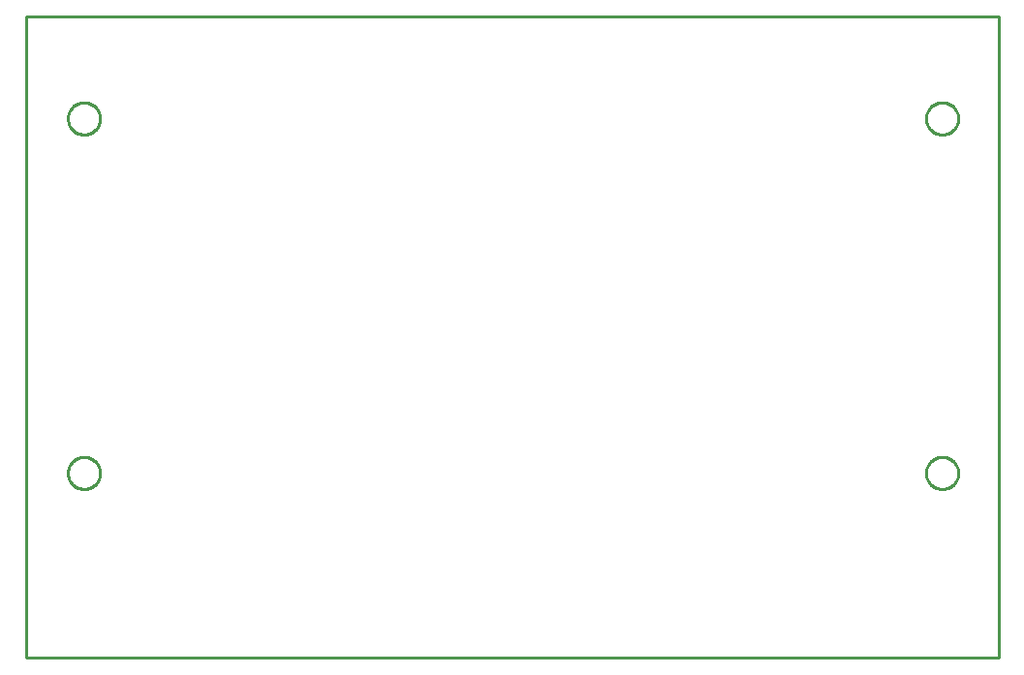
<source format=gbr>
G04 EAGLE Gerber RS-274X export*
G75*
%MOMM*%
%FSLAX34Y34*%
%LPD*%
%IN*%
%IPPOS*%
%AMOC8*
5,1,8,0,0,1.08239X$1,22.5*%
G01*
%ADD10C,0.254000*%


D10*
X-370Y1270D02*
X849630Y1270D01*
X849630Y561270D01*
X-370Y561270D01*
X-370Y1270D01*
X64450Y162000D02*
X64379Y161003D01*
X64236Y160013D01*
X64024Y159036D01*
X63742Y158076D01*
X63393Y157139D01*
X62977Y156229D01*
X62498Y155352D01*
X61957Y154510D01*
X61358Y153710D01*
X60703Y152954D01*
X59996Y152247D01*
X59240Y151592D01*
X58440Y150993D01*
X57598Y150452D01*
X56721Y149973D01*
X55811Y149557D01*
X54874Y149208D01*
X53915Y148926D01*
X52937Y148714D01*
X51948Y148571D01*
X50950Y148500D01*
X49950Y148500D01*
X48953Y148571D01*
X47963Y148714D01*
X46986Y148926D01*
X46026Y149208D01*
X45089Y149557D01*
X44179Y149973D01*
X43302Y150452D01*
X42460Y150993D01*
X41660Y151592D01*
X40904Y152247D01*
X40197Y152954D01*
X39542Y153710D01*
X38943Y154510D01*
X38402Y155352D01*
X37923Y156229D01*
X37507Y157139D01*
X37158Y158076D01*
X36876Y159036D01*
X36664Y160013D01*
X36521Y161003D01*
X36450Y162000D01*
X36450Y163000D01*
X36521Y163998D01*
X36664Y164987D01*
X36876Y165965D01*
X37158Y166924D01*
X37507Y167861D01*
X37923Y168771D01*
X38402Y169648D01*
X38943Y170490D01*
X39542Y171290D01*
X40197Y172046D01*
X40904Y172753D01*
X41660Y173408D01*
X42460Y174007D01*
X43302Y174548D01*
X44179Y175027D01*
X45089Y175443D01*
X46026Y175792D01*
X46986Y176074D01*
X47963Y176286D01*
X48953Y176429D01*
X49950Y176500D01*
X50950Y176500D01*
X51948Y176429D01*
X52937Y176286D01*
X53915Y176074D01*
X54874Y175792D01*
X55811Y175443D01*
X56721Y175027D01*
X57598Y174548D01*
X58440Y174007D01*
X59240Y173408D01*
X59996Y172753D01*
X60703Y172046D01*
X61358Y171290D01*
X61957Y170490D01*
X62498Y169648D01*
X62977Y168771D01*
X63393Y167861D01*
X63742Y166924D01*
X64024Y165965D01*
X64236Y164987D01*
X64379Y163998D01*
X64450Y163000D01*
X64450Y162000D01*
X64450Y472000D02*
X64379Y471003D01*
X64236Y470013D01*
X64024Y469036D01*
X63742Y468076D01*
X63393Y467139D01*
X62977Y466229D01*
X62498Y465352D01*
X61957Y464510D01*
X61358Y463710D01*
X60703Y462954D01*
X59996Y462247D01*
X59240Y461592D01*
X58440Y460993D01*
X57598Y460452D01*
X56721Y459973D01*
X55811Y459557D01*
X54874Y459208D01*
X53915Y458926D01*
X52937Y458714D01*
X51948Y458571D01*
X50950Y458500D01*
X49950Y458500D01*
X48953Y458571D01*
X47963Y458714D01*
X46986Y458926D01*
X46026Y459208D01*
X45089Y459557D01*
X44179Y459973D01*
X43302Y460452D01*
X42460Y460993D01*
X41660Y461592D01*
X40904Y462247D01*
X40197Y462954D01*
X39542Y463710D01*
X38943Y464510D01*
X38402Y465352D01*
X37923Y466229D01*
X37507Y467139D01*
X37158Y468076D01*
X36876Y469036D01*
X36664Y470013D01*
X36521Y471003D01*
X36450Y472000D01*
X36450Y473000D01*
X36521Y473998D01*
X36664Y474987D01*
X36876Y475965D01*
X37158Y476924D01*
X37507Y477861D01*
X37923Y478771D01*
X38402Y479648D01*
X38943Y480490D01*
X39542Y481290D01*
X40197Y482046D01*
X40904Y482753D01*
X41660Y483408D01*
X42460Y484007D01*
X43302Y484548D01*
X44179Y485027D01*
X45089Y485443D01*
X46026Y485792D01*
X46986Y486074D01*
X47963Y486286D01*
X48953Y486429D01*
X49950Y486500D01*
X50950Y486500D01*
X51948Y486429D01*
X52937Y486286D01*
X53915Y486074D01*
X54874Y485792D01*
X55811Y485443D01*
X56721Y485027D01*
X57598Y484548D01*
X58440Y484007D01*
X59240Y483408D01*
X59996Y482753D01*
X60703Y482046D01*
X61358Y481290D01*
X61957Y480490D01*
X62498Y479648D01*
X62977Y478771D01*
X63393Y477861D01*
X63742Y476924D01*
X64024Y475965D01*
X64236Y474987D01*
X64379Y473998D01*
X64450Y473000D01*
X64450Y472000D01*
X814450Y472000D02*
X814379Y471003D01*
X814236Y470013D01*
X814024Y469036D01*
X813742Y468076D01*
X813393Y467139D01*
X812977Y466229D01*
X812498Y465352D01*
X811957Y464510D01*
X811358Y463710D01*
X810703Y462954D01*
X809996Y462247D01*
X809240Y461592D01*
X808440Y460993D01*
X807598Y460452D01*
X806721Y459973D01*
X805811Y459557D01*
X804874Y459208D01*
X803915Y458926D01*
X802937Y458714D01*
X801948Y458571D01*
X800950Y458500D01*
X799950Y458500D01*
X798953Y458571D01*
X797963Y458714D01*
X796986Y458926D01*
X796026Y459208D01*
X795089Y459557D01*
X794179Y459973D01*
X793302Y460452D01*
X792460Y460993D01*
X791660Y461592D01*
X790904Y462247D01*
X790197Y462954D01*
X789542Y463710D01*
X788943Y464510D01*
X788402Y465352D01*
X787923Y466229D01*
X787507Y467139D01*
X787158Y468076D01*
X786876Y469036D01*
X786664Y470013D01*
X786521Y471003D01*
X786450Y472000D01*
X786450Y473000D01*
X786521Y473998D01*
X786664Y474987D01*
X786876Y475965D01*
X787158Y476924D01*
X787507Y477861D01*
X787923Y478771D01*
X788402Y479648D01*
X788943Y480490D01*
X789542Y481290D01*
X790197Y482046D01*
X790904Y482753D01*
X791660Y483408D01*
X792460Y484007D01*
X793302Y484548D01*
X794179Y485027D01*
X795089Y485443D01*
X796026Y485792D01*
X796986Y486074D01*
X797963Y486286D01*
X798953Y486429D01*
X799950Y486500D01*
X800950Y486500D01*
X801948Y486429D01*
X802937Y486286D01*
X803915Y486074D01*
X804874Y485792D01*
X805811Y485443D01*
X806721Y485027D01*
X807598Y484548D01*
X808440Y484007D01*
X809240Y483408D01*
X809996Y482753D01*
X810703Y482046D01*
X811358Y481290D01*
X811957Y480490D01*
X812498Y479648D01*
X812977Y478771D01*
X813393Y477861D01*
X813742Y476924D01*
X814024Y475965D01*
X814236Y474987D01*
X814379Y473998D01*
X814450Y473000D01*
X814450Y472000D01*
X814450Y162000D02*
X814379Y161003D01*
X814236Y160013D01*
X814024Y159036D01*
X813742Y158076D01*
X813393Y157139D01*
X812977Y156229D01*
X812498Y155352D01*
X811957Y154510D01*
X811358Y153710D01*
X810703Y152954D01*
X809996Y152247D01*
X809240Y151592D01*
X808440Y150993D01*
X807598Y150452D01*
X806721Y149973D01*
X805811Y149557D01*
X804874Y149208D01*
X803915Y148926D01*
X802937Y148714D01*
X801948Y148571D01*
X800950Y148500D01*
X799950Y148500D01*
X798953Y148571D01*
X797963Y148714D01*
X796986Y148926D01*
X796026Y149208D01*
X795089Y149557D01*
X794179Y149973D01*
X793302Y150452D01*
X792460Y150993D01*
X791660Y151592D01*
X790904Y152247D01*
X790197Y152954D01*
X789542Y153710D01*
X788943Y154510D01*
X788402Y155352D01*
X787923Y156229D01*
X787507Y157139D01*
X787158Y158076D01*
X786876Y159036D01*
X786664Y160013D01*
X786521Y161003D01*
X786450Y162000D01*
X786450Y163000D01*
X786521Y163998D01*
X786664Y164987D01*
X786876Y165965D01*
X787158Y166924D01*
X787507Y167861D01*
X787923Y168771D01*
X788402Y169648D01*
X788943Y170490D01*
X789542Y171290D01*
X790197Y172046D01*
X790904Y172753D01*
X791660Y173408D01*
X792460Y174007D01*
X793302Y174548D01*
X794179Y175027D01*
X795089Y175443D01*
X796026Y175792D01*
X796986Y176074D01*
X797963Y176286D01*
X798953Y176429D01*
X799950Y176500D01*
X800950Y176500D01*
X801948Y176429D01*
X802937Y176286D01*
X803915Y176074D01*
X804874Y175792D01*
X805811Y175443D01*
X806721Y175027D01*
X807598Y174548D01*
X808440Y174007D01*
X809240Y173408D01*
X809996Y172753D01*
X810703Y172046D01*
X811358Y171290D01*
X811957Y170490D01*
X812498Y169648D01*
X812977Y168771D01*
X813393Y167861D01*
X813742Y166924D01*
X814024Y165965D01*
X814236Y164987D01*
X814379Y163998D01*
X814450Y163000D01*
X814450Y162000D01*
M02*

</source>
